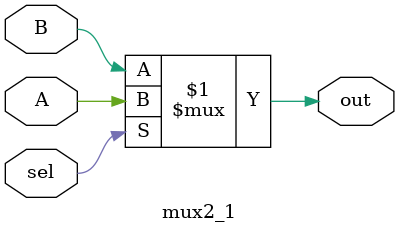
<source format=v>
module mux2_1(output out,input A,B,sel);
assign out = (sel) ? A : B;

endmodule
</source>
